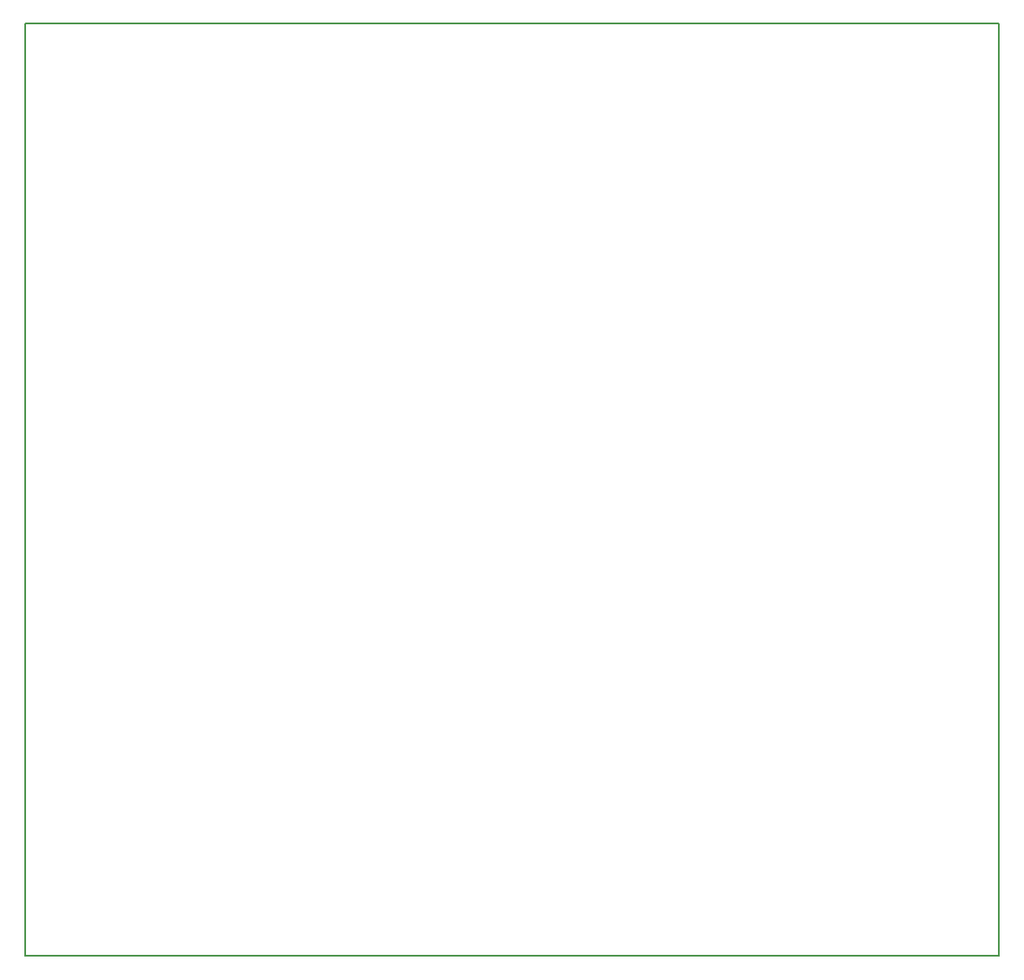
<source format=gbr>
G04 #@! TF.FileFunction,Profile,NP*
%FSLAX46Y46*%
G04 Gerber Fmt 4.6, Leading zero omitted, Abs format (unit mm)*
G04 Created by KiCad (PCBNEW 4.0.7) date 07/23/18 15:50:34*
%MOMM*%
%LPD*%
G01*
G04 APERTURE LIST*
%ADD10C,0.100000*%
%ADD11C,0.150000*%
G04 APERTURE END LIST*
D10*
D11*
X93000000Y-51000000D02*
X188000000Y-51000000D01*
X188000000Y-51000000D02*
X188000000Y-142000000D01*
X188000000Y-142000000D02*
X93000000Y-142000000D01*
X93000000Y-142000000D02*
X93000000Y-51000000D01*
M02*

</source>
